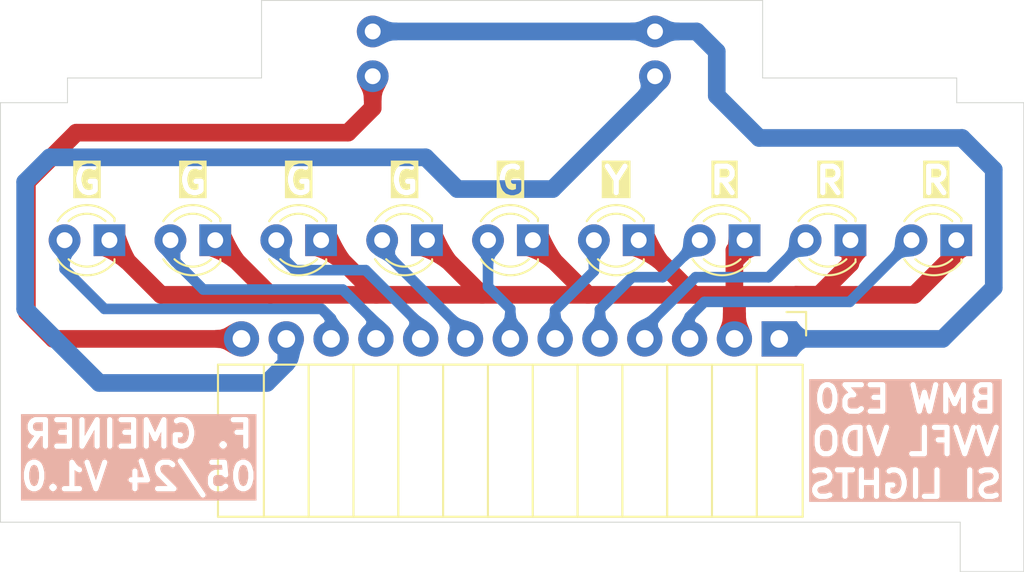
<source format=kicad_pcb>
(kicad_pcb (version 20240108) (generator "pcbnew") (generator_version "8.0")
  (layers (0 "F.Cu" signal) (31 "B.Cu" signal) (34 "B.Paste" user) (35 "F.Paste" user) (36 "B.SilkS" user "B.Silkscreen") (37 "F.SilkS" user "F.Silkscreen") (38 "B.Mask" user) (39 "F.Mask" user) (44 "Edge.Cuts" user))
  (net 0 "")
  (net 1 "Net-(D1-K)")
  (net 2 "Net-(D1-A)")
  (net 3 "Net-(D2-A)")
  (net 4 "Net-(D3-A)")
  (net 5 "Net-(D4-A)")
  (net 6 "Net-(D5-A)")
  (net 7 "Net-(D6-A)")
  (net 8 "Net-(D7-A)")
  (net 9 "Net-(D8-A)")
  (net 10 "Net-(D9-A)")
  (net 11 "Net-(J1-GND_BULB)")
  (net 12 "Net-(J1-BULB_OILSERVICE)")
  (net 13 "Net-(J1-BULB_INSPECTION)")
  (footprint "LED_THT:LED_D3.0mm" (layer "F.Cu") (at 151.575 86 180)
    (property "Reference" "D5" (hide yes))
    (property "Value" "LED_G5")
    (fp_line (start -0.29 1.08) (end -0.29 1.236) (stroke (width 0.12)) (layer "F.SilkS"))
    (fp_line (start -0.29 -1.236) (end -0.29 -1.08) (stroke (width 0.12)) (layer "F.SilkS"))
    (fp_arc (start 2.942335 1.078608) (mid 1.366487 1.987659) (end -0.29 1.235516) (stroke (width 0.12)) (layer "F.SilkS"))
    (fp_arc (start 2.31113 1.079837) (mid 1.270117 1.5) (end 0.229039 1.08) (stroke (width 0.12)) (layer "F.SilkS"))
    (fp_arc (start 0.229039 -1.08) (mid 1.270117 -1.5) (end 2.31113 -1.079837) (stroke (width 0.12)) (layer "F.SilkS"))
    (fp_arc (start -0.29 -1.235516) (mid 1.366487 -1.987659) (end 2.942335 -1.078608) (stroke (width 0.12)) (layer "F.SilkS"))
    (pad "1" thru_hole rect (at 0 0 180) (size 1.8 1.8) (drill 0.9) (layers "*.Cu" "*.Mask") (net 1 "Net-(D1-K)"))
    (pad "2" thru_hole circle (at 2.54 0 180) (size 1.8 1.8) (drill 0.9) (layers "*.Cu" "*.Mask") (net 6 "Net-(D5-A)"))
  )
  (footprint "LED_THT:LED_D3.0mm" (layer "F.Cu") (at 127.575 86 180)
    (property "Reference" "D9" (hide yes))
    (property "Value" "LED_G1")
    (fp_line (start -0.29 1.08) (end -0.29 1.236) (stroke (width 0.12)) (layer "F.SilkS"))
    (fp_line (start -0.29 -1.236) (end -0.29 -1.08) (stroke (width 0.12)) (layer "F.SilkS"))
    (fp_arc (start 2.942335 1.078608) (mid 1.366487 1.987659) (end -0.29 1.235516) (stroke (width 0.12)) (layer "F.SilkS"))
    (fp_arc (start 2.31113 1.079837) (mid 1.270117 1.5) (end 0.229039 1.08) (stroke (width 0.12)) (layer "F.SilkS"))
    (fp_arc (start 0.229039 -1.08) (mid 1.270117 -1.5) (end 2.31113 -1.079837) (stroke (width 0.12)) (layer "F.SilkS"))
    (fp_arc (start -0.29 -1.235516) (mid 1.366487 -1.987659) (end 2.942335 -1.078608) (stroke (width 0.12)) (layer "F.SilkS"))
    (pad "1" thru_hole rect (at 0 0 180) (size 1.8 1.8) (drill 0.9) (layers "*.Cu" "*.Mask") (net 1 "Net-(D1-K)"))
    (pad "2" thru_hole circle (at 2.54 0 180) (size 1.8 1.8) (drill 0.9) (layers "*.Cu" "*.Mask") (net 10 "Net-(D9-A)"))
  )
  (footprint "LED_THT:LED_D3.0mm" (layer "F.Cu") (at 175.575 86 180)
    (property "Reference" "D1" (hide yes))
    (property "Value" "LED_R3")
    (fp_line (start -0.29 1.08) (end -0.29 1.236) (stroke (width 0.12)) (layer "F.SilkS"))
    (fp_line (start -0.29 -1.236) (end -0.29 -1.08) (stroke (width 0.12)) (layer "F.SilkS"))
    (fp_arc (start 2.942335 1.078608) (mid 1.366487 1.987659) (end -0.29 1.235516) (stroke (width 0.12)) (layer "F.SilkS"))
    (fp_arc (start 2.31113 1.079837) (mid 1.270117 1.5) (end 0.229039 1.08) (stroke (width 0.12)) (layer "F.SilkS"))
    (fp_arc (start 0.229039 -1.08) (mid 1.270117 -1.5) (end 2.31113 -1.079837) (stroke (width 0.12)) (layer "F.SilkS"))
    (fp_arc (start -0.29 -1.235516) (mid 1.366487 -1.987659) (end 2.942335 -1.078608) (stroke (width 0.12)) (layer "F.SilkS"))
    (pad "1" thru_hole rect (at 0 0 180) (size 1.8 1.8) (drill 0.9) (layers "*.Cu" "*.Mask") (net 1 "Net-(D1-K)"))
    (pad "2" thru_hole circle (at 2.54 0 180) (size 1.8 1.8) (drill 0.9) (layers "*.Cu" "*.Mask") (net 2 "Net-(D1-A)"))
  )
  (footprint "LED_THT:LED_D3.0mm" (layer "F.Cu") (at 157.575 86 180)
    (property "Reference" "D4" (hide yes))
    (property "Value" "LED_Y")
    (fp_line (start -0.29 1.08) (end -0.29 1.236) (stroke (width 0.12)) (layer "F.SilkS"))
    (fp_line (start -0.29 -1.236) (end -0.29 -1.08) (stroke (width 0.12)) (layer "F.SilkS"))
    (fp_arc (start 2.942335 1.078608) (mid 1.366487 1.987659) (end -0.29 1.235516) (stroke (width 0.12)) (layer "F.SilkS"))
    (fp_arc (start 2.31113 1.079837) (mid 1.270117 1.5) (end 0.229039 1.08) (stroke (width 0.12)) (layer "F.SilkS"))
    (fp_arc (start 0.229039 -1.08) (mid 1.270117 -1.5) (end 2.31113 -1.079837) (stroke (width 0.12)) (layer "F.SilkS"))
    (fp_arc (start -0.29 -1.235516) (mid 1.366487 -1.987659) (end 2.942335 -1.078608) (stroke (width 0.12)) (layer "F.SilkS"))
    (pad "1" thru_hole rect (at 0 0 180) (size 1.8 1.8) (drill 0.9) (layers "*.Cu" "*.Mask") (net 1 "Net-(D1-K)"))
    (pad "2" thru_hole circle (at 2.54 0 180) (size 1.8 1.8) (drill 0.9) (layers "*.Cu" "*.Mask") (net 5 "Net-(D4-A)"))
  )
  (footprint "LED_THT:LED_D3.0mm" (layer "F.Cu") (at 145.575 86 180)
    (property "Reference" "D6" (hide yes))
    (property "Value" "LED_G4")
    (fp_line (start -0.29 1.08) (end -0.29 1.236) (stroke (width 0.12)) (layer "F.SilkS"))
    (fp_line (start -0.29 -1.236) (end -0.29 -1.08) (stroke (width 0.12)) (layer "F.SilkS"))
    (fp_arc (start 2.942335 1.078608) (mid 1.366487 1.987659) (end -0.29 1.235516) (stroke (width 0.12)) (layer "F.SilkS"))
    (fp_arc (start 2.31113 1.079837) (mid 1.270117 1.5) (end 0.229039 1.08) (stroke (width 0.12)) (layer "F.SilkS"))
    (fp_arc (start 0.229039 -1.08) (mid 1.270117 -1.5) (end 2.31113 -1.079837) (stroke (width 0.12)) (layer "F.SilkS"))
    (fp_arc (start -0.29 -1.235516) (mid 1.366487 -1.987659) (end 2.942335 -1.078608) (stroke (width 0.12)) (layer "F.SilkS"))
    (pad "1" thru_hole rect (at 0 0 180) (size 1.8 1.8) (drill 0.9) (layers "*.Cu" "*.Mask") (net 1 "Net-(D1-K)"))
    (pad "2" thru_hole circle (at 2.54 0 180) (size 1.8 1.8) (drill 0.9) (layers "*.Cu" "*.Mask") (net 7 "Net-(D6-A)"))
  )
  (footprint "LED_THT:LED_D3.0mm" (layer "F.Cu") (at 139.575 86 180)
    (property "Reference" "D7" (hide yes))
    (property "Value" "LED_G3")
    (fp_line (start -0.29 1.08) (end -0.29 1.236) (stroke (width 0.12)) (layer "F.SilkS"))
    (fp_line (start -0.29 -1.236) (end -0.29 -1.08) (stroke (width 0.12)) (layer "F.SilkS"))
    (fp_arc (start 2.942335 1.078608) (mid 1.366487 1.987659) (end -0.29 1.235516) (stroke (width 0.12)) (layer "F.SilkS"))
    (fp_arc (start 2.31113 1.079837) (mid 1.270117 1.5) (end 0.229039 1.08) (stroke (width 0.12)) (layer "F.SilkS"))
    (fp_arc (start 0.229039 -1.08) (mid 1.270117 -1.5) (end 2.31113 -1.079837) (stroke (width 0.12)) (layer "F.SilkS"))
    (fp_arc (start -0.29 -1.235516) (mid 1.366487 -1.987659) (end 2.942335 -1.078608) (stroke (width 0.12)) (layer "F.SilkS"))
    (pad "1" thru_hole rect (at 0 0 180) (size 1.8 1.8) (drill 0.9) (layers "*.Cu" "*.Mask") (net 1 "Net-(D1-K)"))
    (pad "2" thru_hole circle (at 2.54 0 180) (size 1.8 1.8) (drill 0.9) (layers "*.Cu" "*.Mask") (net 8 "Net-(D7-A)"))
  )
  (footprint "LED_THT:LED_D3.0mm" (layer "F.Cu") (at 133.575 86 180)
    (property "Reference" "D8" (hide yes))
    (property "Value" "LED_G2")
    (fp_line (start -0.29 1.08) (end -0.29 1.236) (stroke (width 0.12)) (layer "F.SilkS"))
    (fp_line (start -0.29 -1.236) (end -0.29 -1.08) (stroke (width 0.12)) (layer "F.SilkS"))
    (fp_arc (start 2.942335 1.078608) (mid 1.366487 1.987659) (end -0.29 1.235516) (stroke (width 0.12)) (layer "F.SilkS"))
    (fp_arc (start 2.31113 1.079837) (mid 1.270117 1.5) (end 0.229039 1.08) (stroke (width 0.12)) (layer "F.SilkS"))
    (fp_arc (start 0.229039 -1.08) (mid 1.270117 -1.5) (end 2.31113 -1.079837) (stroke (width 0.12)) (layer "F.SilkS"))
    (fp_arc (start -0.29 -1.235516) (mid 1.366487 -1.987659) (end 2.942335 -1.078608) (stroke (width 0.12)) (layer "F.SilkS"))
    (pad "1" thru_hole rect (at 0 0 180) (size 1.8 1.8) (drill 0.9) (layers "*.Cu" "*.Mask") (net 1 "Net-(D1-K)"))
    (pad "2" thru_hole circle (at 2.54 0 180) (size 1.8 1.8) (drill 0.9) (layers "*.Cu" "*.Mask") (net 9 "Net-(D8-A)"))
  )
  (footprint "Footprint_Library_Custom:Lamp_D4.0mm_Horizontal_O3.81mm_Z2.0mm" (layer "F.Cu") (at 158.5 76.7 90)
    (property "Reference" "LA2" (hide yes))
    (property "Value" "Lamp")
    (pad "1" thru_hole circle (at 0 0 90) (size 1.8 1.8) (drill 0.9) (layers "*.Cu" "*.Mask") (net 13 "Net-(J1-BULB_INSPECTION)"))
    (pad "2" thru_hole circle (at 2.54 0 90) (size 1.8 1.8) (drill 0.9) (layers "*.Cu" "*.Mask") (net 11 "Net-(J1-GND_BULB)"))
  )
  (footprint "Footprint_Library_Custom:Lamp_D4.0mm_Horizontal_O3.81mm_Z2.0mm" (layer "F.Cu") (at 142.5 74.16 -90)
    (property "Reference" "LA1" (hide yes))
    (property "Value" "Lamp")
    (pad "1" thru_hole circle (at 0 0 270) (size 1.8 1.8) (drill 0.9) (layers "*.Cu" "*.Mask") (net 11 "Net-(J1-GND_BULB)"))
    (pad "2" thru_hole circle (at 2.54 0 270) (size 1.8 1.8) (drill 0.9) (layers "*.Cu" "*.Mask") (net 12 "Net-(J1-BULB_OILSERVICE)"))
  )
  (footprint "LED_THT:LED_D3.0mm" (layer "F.Cu") (at 163.575 86 180)
    (property "Reference" "D3" (hide yes))
    (property "Value" "LED_R1")
    (fp_line (start -0.29 1.08) (end -0.29 1.236) (stroke (width 0.12)) (layer "F.SilkS"))
    (fp_line (start -0.29 -1.236) (end -0.29 -1.08) (stroke (width 0.12)) (layer "F.SilkS"))
    (fp_arc (start 2.942335 1.078608) (mid 1.366487 1.987659) (end -0.29 1.235516) (stroke (width 0.12)) (layer "F.SilkS"))
    (fp_arc (start 2.31113 1.079837) (mid 1.270117 1.5) (end 0.229039 1.08) (stroke (width 0.12)) (layer "F.SilkS"))
    (fp_arc (start 0.229039 -1.08) (mid 1.270117 -1.5) (end 2.31113 -1.079837) (stroke (width 0.12)) (layer "F.SilkS"))
    (fp_arc (start -0.29 -1.235516) (mid 1.366487 -1.987659) (end 2.942335 -1.078608) (stroke (width 0.12)) (layer "F.SilkS"))
    (pad "1" thru_hole rect (at 0 0 180) (size 1.8 1.8) (drill 0.9) (layers "*.Cu" "*.Mask") (net 1 "Net-(D1-K)"))
    (pad "2" thru_hole circle (at 2.54 0 180) (size 1.8 1.8) (drill 0.9) (layers "*.Cu" "*.Mask") (net 4 "Net-(D3-A)"))
  )
  (footprint "MountingHole:MountingHole_5.5mm" (layer "F.Cu") (at 150.3 78 90)
    (property "Reference" "H1" (hide yes))
    (property "Value" "MountingHole")
    (pad "" np_thru_hole circle (at 0 0 90) (size 5.5 5.5) (drill 5.5) (layers "F&B.Cu" "*.Mask"))
  )
  (footprint "Connector_PinSocket_2.54mm:PinSocket_1x13_P2.54mm_Horizontal" (layer "F.Cu") (at 135.06 91.6 90)
    (property "Reference" "J1" (hide yes))
    (property "Value" "Conn_01x13_Socket")
    (fp_line (start -1.46 -1.33) (end -1.46 31.81) (stroke (width 0.12)) (layer "F.SilkS"))
    (fp_line (start -10.09 -1.33) (end -1.46 -1.33) (stroke (width 0.12)) (layer "F.SilkS"))
    (fp_line (start -10.09 -1.33) (end -10.09 31.81) (stroke (width 0.12)) (layer "F.SilkS"))
    (fp_line (start -10.09 1.27) (end -1.46 1.27) (stroke (width 0.12)) (layer "F.SilkS"))
    (fp_line (start -10.09 3.81) (end -1.46 3.81) (stroke (width 0.12)) (layer "F.SilkS"))
    (fp_line (start -10.09 6.35) (end -1.46 6.35) (stroke (width 0.12)) (layer "F.SilkS"))
    (fp_line (start -10.09 8.89) (end -1.46 8.89) (stroke (width 0.12)) (layer "F.SilkS"))
    (fp_line (start -10.09 11.43) (end -1.46 11.43) (stroke (width 0.12)) (layer "F.SilkS"))
    (fp_line (start -10.09 13.97) (end -1.46 13.97) (stroke (width 0.12)) (layer "F.SilkS"))
    (fp_line (start -10.09 16.51) (end -1.46 16.51) (stroke (width 0.12)) (layer "F.SilkS"))
    (fp_line (start -10.09 19.05) (end -1.46 19.05) (stroke (width 0.12)) (layer "F.SilkS"))
    (fp_line (start -10.09 21.59) (end -1.46 21.59) (stroke (width 0.12)) (layer "F.SilkS"))
    (fp_line (start -10.09 24.13) (end -1.46 24.13) (stroke (width 0.12)) (layer "F.SilkS"))
    (fp_line (start -10.09 26.67) (end -1.46 26.67) (stroke (width 0.12)) (layer "F.SilkS"))
    (fp_line (start -10.09 29.21) (end -1.46 29.21) (stroke (width 0.12)) (layer "F.SilkS"))
    (fp_line (start 1.524 30.894) (end 1.524 32.004) (stroke (width 0.12)) (layer "F.SilkS"))
    (fp_line (start -10.09 31.81) (end -1.46 31.81) (stroke (width 0.12)) (layer "F.SilkS"))
    (fp_line (start 1.524 32.004) (end 0.194 32.004) (stroke (width 0.12)) (layer "F.SilkS"))
    (pad "1" thru_hole rect (at 0 30.48 90) (size 2 2) (drill 1) (layers "*.Cu" "*.Mask") (net 11 "Net-(J1-GND_BULB)"))
    (pad "2" thru_hole circle (at 0 27.94 90) (size 2 2) (drill 1) (layers "*.Cu" "*.Mask") (net 1 "Net-(D1-K)"))
    (pad "3" thru_hole circle (at 0 25.4 90) (size 2 2) (drill 1) (layers "*.Cu" "*.Mask") (net 2 "Net-(D1-A)"))
    (pad "4" thru_hole circle (at 0 22.86 90) (size 2 2) (drill 1) (layers "*.Cu" "*.Mask") (net 3 "Net-(D2-A)"))
    (pad "5" thru_hole circle (at 0 20.32 90) (size 2 2) (drill 1) (layers "*.Cu" "*.Mask") (net 4 "Net-(D3-A)"))
    (pad "6" thru_hole circle (at 0 17.78 90) (size 2 2) (drill 1) (layers "*.Cu" "*.Mask") (net 5 "Net-(D4-A)"))
    (pad "7" thru_hole circle (at 0 15.24 90) (size 2 2) (drill 1) (layers "*.Cu" "*.Mask") (net 6 "Net-(D5-A)"))
    (pad "8" thru_hole circle (at 0 12.7 90) (size 2 2) (drill 1) (layers "*.Cu" "*.Mask") (net 7 "Net-(D6-A)"))
    (pad "9" thru_hole circle (at 0 10.16 90) (size 2 2) (drill 1) (layers "*.Cu" "*.Mask") (net 8 "Net-(D7-A)"))
    (pad "10" thru_hole circle (at 0 7.62 90) (size 2 2) (drill 1) (layers "*.Cu" "*.Mask") (net 9 "Net-(D8-A)"))
    (pad "11" thru_hole circle (at 0 5.08 90) (size 2 2) (drill 1) (layers "*.Cu" "*.Mask") (net 10 "Net-(D9-A)"))
    (pad "12" thru_hole circle (at 0 2.54 90) (size 2 2) (drill 1) (layers "*.Cu" "*.Mask") (net 13 "Net-(J1-BULB_INSPECTION)"))
    (pad "13" thru_hole circle (at 0 0 90) (size 2 2) (drill 1) (layers "*.Cu" "*.Mask") (net 12 "Net-(J1-BULB_OILSERVICE)"))
  )
  (footprint "LED_THT:LED_D3.0mm" (layer "F.Cu") (at 169.575 86 180)
    (property "Reference" "D2" (hide yes))
    (property "Value" "LED_R2")
    (fp_line (start -0.29 1.08) (end -0.29 1.236) (stroke (width 0.12)) (layer "F.SilkS"))
    (fp_line (start -0.29 -1.236) (end -0.29 -1.08) (stroke (width 0.12)) (layer "F.SilkS"))
    (fp_arc (start 2.942335 1.078608) (mid 1.366487 1.987659) (end -0.29 1.235516) (stroke (width 0.12)) (layer "F.SilkS"))
    (fp_arc (start 2.31113 1.079837) (mid 1.270117 1.5) (end 0.229039 1.08) (stroke (width 0.12)) (layer "F.SilkS"))
    (fp_arc (start 0.229039 -1.08) (mid 1.270117 -1.5) (end 2.31113 -1.079837) (stroke (width 0.12)) (layer "F.SilkS"))
    (fp_arc (start -0.29 -1.235516) (mid 1.366487 -1.987659) (end 2.942335 -1.078608) (stroke (width 0.12)) (layer "F.SilkS"))
    (pad "1" thru_hole rect (at 0 0 180) (size 1.8 1.8) (drill 0.9) (layers "*.Cu" "*.Mask") (net 1 "Net-(D1-K)"))
    (pad "2" thru_hole circle (at 2.54 0 180) (size 1.8 1.8) (drill 0.9) (layers "*.Cu" "*.Mask") (net 3 "Net-(D2-A)"))
  )
  (gr_line (start 125.2 78.2) (end 125.2 76.8) (stroke (width 0.05)) (layer "Edge.Cuts"))
  (gr_line (start 179.4 104.8) (end 179.4 78.2) (stroke (width 0.05)) (layer "Edge.Cuts"))
  (gr_line (start 175.8 102) (end 175.8 104.8) (stroke (width 0.05)) (layer "Edge.Cuts"))
  (gr_line (start 136.2 72.4) (end 164.6 72.4) (stroke (width 0.05)) (layer "Edge.Cuts"))
  (gr_line (start 175.6 78.2) (end 175.6 76.8) (stroke (width 0.05)) (layer "Edge.Cuts"))
  (gr_line (start 164.6 76.8) (end 164.6 72.4) (stroke (width 0.05)) (layer "Edge.Cuts"))
  (gr_line (start 121.4 78.2) (end 125.2 78.2) (stroke (width 0.05)) (layer "Edge.Cuts"))
  (gr_line (start 175.8 104.8) (end 179.4 104.8) (stroke (width 0.05)) (layer "Edge.Cuts"))
  (gr_line (start 179.4 78.2) (end 175.6 78.2) (stroke (width 0.05)) (layer "Edge.Cuts"))
  (gr_line (start 175.6 76.8) (end 164.6 76.8) (stroke (width 0.05)) (layer "Edge.Cuts"))
  (gr_line (start 125.2 76.8) (end 136.2 76.8) (stroke (width 0.05)) (layer "Edge.Cuts"))
  (gr_line (start 121.4 102) (end 121.4 78.2) (stroke (width 0.05)) (layer "Edge.Cuts"))
  (gr_line (start 121.4 102) (end 175.8 102) (stroke (width 0.05)) (layer "Edge.Cuts"))
  (gr_line (start 136.2 76.8) (end 136.2 72.4) (stroke (width 0.05)) (layer "Edge.Cuts"))
  (gr_text "F. GMEINER\n05/24 V1.0" (at 129.2366 100.2972 0) (layer "B.SilkS" knockout) (effects (font (size 1.5 1.5) (thickness 0.3) (bold yes)) (justify bottom mirror)))
  (gr_text "BMW E30\nVVFL VDO\nSI LIGHTS" (at 172.696 100.729 -0) (layer "B.SilkS" knockout) (effects (font (size 1.5 1.5) (thickness 0.3) (bold yes)) (justify bottom mirror)))
  (gr_text "R" (at 167.458 83.5 0) (layer "F.SilkS" knockout) (effects (font (size 1.5 1.5) (thickness 0.3) (bold yes)) (justify left bottom)))
  (gr_text "G" (at 131.358 83.5 0) (layer "F.SilkS" knockout) (effects (font (size 1.5 1.5) (thickness 0.3) (bold yes)) (justify left bottom)))
  (gr_text "G" (at 143.358 83.5 0) (layer "F.SilkS" knockout) (effects (font (size 1.5 1.5) (thickness 0.3) (bold yes)) (justify left bottom)))
  (gr_text "G" (at 137.358 83.5 0) (layer "F.SilkS" knockout) (effects (font (size 1.5 1.5) (thickness 0.3) (bold yes)) (justify left bottom)))
  (gr_text "G" (at 149.358 83.5 0) (layer "F.SilkS" knockout) (effects (font (size 1.5 1.5) (thickness 0.3) (bold yes)) (justify left bottom)))
  (gr_text "Y" (at 155.458 83.5 0) (layer "F.SilkS" knockout) (effects (font (size 1.5 1.5) (thickness 0.3) (bold yes)) (justify left bottom)))
  (gr_text "R" (at 173.458 83.5 0) (layer "F.SilkS" knockout) (effects (font (size 1.5 1.5) (thickness 0.3) (bold yes)) (justify left bottom)))
  (gr_text "G" (at 125.358 83.5 0) (layer "F.SilkS" knockout) (effects (font (size 1.5 1.5) (thickness 0.3) (bold yes)) (justify left bottom)))
  (gr_text "R" (at 161.458 83.5 0) (layer "F.SilkS" knockout) (effects (font (size 1.5 1.5) (thickness 0.3) (bold yes)) (justify left bottom)))
  (segment (start 127.575 86) (end 127.575 86.175) (width 1) (layer "F.Cu") (net 1))
  (segment (start 163 89.1) (end 163 86.575) (width 1) (layer "F.Cu") (net 1))
  (segment (start 136.7 89.1) (end 142.7 89.1) (width 1) (layer "F.Cu") (net 1))
  (segment (start 142.7 89.1) (end 148.7 89.1) (width 1) (layer "F.Cu") (net 1))
  (segment (start 173.2 89.1) (end 168.3 89.1) (width 1) (layer "F.Cu") (net 1))
  (segment (start 160.7 89.1) (end 163 89.1) (width 1) (layer "F.Cu") (net 1))
  (segment (start 169.575 86) (end 169.575 87.325) (width 1) (layer "F.Cu") (net 1))
  (segment (start 139.575 86) (end 139.6 86) (width 1) (layer "F.Cu") (net 1))
  (segment (start 145.6 86) (end 148.7 89.1) (width 1) (layer "F.Cu") (net 1))
  (segment (start 130.5 89.1) (end 136.7 89.1) (width 1) (layer "F.Cu") (net 1))
  (segment (start 175.575 86) (end 175.575 86.725) (width 1) (layer "F.Cu") (net 1))
  (segment (start 127.575 86.175) (end 130.5 89.1) (width 1) (layer "F.Cu") (net 1))
  (segment (start 163 86.575) (end 163.575 86) (width 1) (layer "F.Cu") (net 1))
  (segment (start 133.575 86) (end 133.6 86) (width 1) (layer "F.Cu") (net 1))
  (segment (start 133.6 86) (end 136.7 89.1) (width 1) (layer "F.Cu") (net 1))
  (segment (start 145.575 86) (end 145.6 86) (width 1) (layer "F.Cu") (net 1))
  (segment (start 157.575 86) (end 157.6 86) (width 1) (layer "F.Cu") (net 1))
  (segment (start 154.7 89.1) (end 160.7 89.1) (width 1) (layer "F.Cu") (net 1))
  (segment (start 157.6 86) (end 160.7 89.1) (width 1) (layer "F.Cu") (net 1))
  (segment (start 166.5 89.1) (end 163 89.1) (width 1) (layer "F.Cu") (net 1))
  (segment (start 163 91.6) (end 163 89.1) (width 1.3) (layer "F.Cu") (net 1))
  (segment (start 168.3 89.1) (end 166.5 89.1) (width 1) (layer "F.Cu") (net 1))
  (segment (start 169.575 87.325) (end 167.8 89.1) (width 1) (layer "F.Cu") (net 1))
  (segment (start 167.8 89.1) (end 166.5 89.1) (width 1) (layer "F.Cu") (net 1))
  (segment (start 151.575 86) (end 151.6 86) (width 1) (layer "F.Cu") (net 1))
  (segment (start 151.6 86) (end 154.7 89.1) (width 1) (layer "F.Cu") (net 1))
  (segment (start 139.6 86) (end 142.7 89.1) (width 1) (layer "F.Cu") (net 1))
  (segment (start 148.7 89.1) (end 154.7 89.1) (width 1) (layer "F.Cu") (net 1))
  (segment (start 175.575 86.725) (end 173.2 89.1) (width 1) (layer "F.Cu") (net 1))
  (segment (start 169.535 89.5) (end 173.035 86) (width 0.6) (layer "B.Cu") (net 2))
  (segment (start 160.46 90.34) (end 161.3 89.5) (width 0.6) (layer "B.Cu") (net 2))
  (segment (start 161.3 89.5) (end 169.535 89.5) (width 0.6) (layer "B.Cu") (net 2))
  (segment (start 160.46 91.6) (end 160.46 90.34) (width 0.6) (layer "B.Cu") (net 2))
  (segment (start 164.935 88.1) (end 167.035 86) (width 0.6) (layer "B.Cu") (net 3))
  (segment (start 160.8 88.1) (end 164.935 88.1) (width 0.6) (layer "B.Cu") (net 3))
  (segment (start 157.92 90.98) (end 160.8 88.1) (width 0.6) (layer "B.Cu") (net 3))
  (segment (start 157.92 91.6) (end 157.92 90.98) (width 0.3) (layer "B.Cu") (net 3))
  (segment (start 157.2 88.1) (end 158.935 88.1) (width 0.6) (layer "B.Cu") (net 4))
  (segment (start 158.935 88.1) (end 161.035 86) (width 0.6) (layer "B.Cu") (net 4))
  (segment (start 155.38 89.92) (end 157.2 88.1) (width 0.6) (layer "B.Cu") (net 4))
  (segment (start 155.38 91.6) (end 155.38 89.92) (width 0.6) (layer "B.Cu") (net 4))
  (segment (start 155.035 87.765) (end 155.035 86) (width 0.6) (layer "B.Cu") (net 5))
  (segment (start 152.84 89.96) (end 155.035 87.765) (width 0.6) (layer "B.Cu") (net 5))
  (segment (start 152.84 91.6) (end 152.84 89.96) (width 0.6) (layer "B.Cu") (net 5))
  (segment (start 150.3 91.6) (end 150.3 89.9) (width 0.6) (layer "B.Cu") (net 6))
  (segment (start 149.035 88.635) (end 149.035 86) (width 0.6) (layer "B.Cu") (net 6))
  (segment (start 150.3 89.9) (end 149.035 88.635) (width 0.6) (layer "B.Cu") (net 6))
  (segment (start 143.035 86.535) (end 143.035 86) (width 0.3) (layer "B.Cu") (net 7))
  (segment (start 147.76 91.6) (end 147.3 91.14) (width 0.3) (layer "B.Cu") (net 7))
  (segment (start 147.3 91.14) (end 147.3 90.8) (width 0.6) (layer "B.Cu") (net 7))
  (segment (start 147.3 90.8) (end 143.035 86.535) (width 0.6) (layer "B.Cu") (net 7))
  (segment (start 138.1 87.7) (end 137.5 87.1) (width 0.6) (layer "B.Cu") (net 8))
  (segment (start 137.5 86.465) (end 137.035 86) (width 0.3) (layer "B.Cu") (net 8))
  (segment (start 137.5 87.1) (end 137.5 86.465) (width 0.6) (layer "B.Cu") (net 8))
  (segment (start 145.22 90.82) (end 142.1 87.7) (width 0.6) (layer "B.Cu") (net 8))
  (segment (start 142.1 87.7) (end 138.1 87.7) (width 0.6) (layer "B.Cu") (net 8))
  (segment (start 145.22 91.6) (end 145.22 90.82) (width 0.6) (layer "B.Cu") (net 8))
  (segment (start 132.9 88.8) (end 131.3 87.2) (width 0.6) (layer "B.Cu") (net 9))
  (segment (start 142.68 91.6) (end 142.68 90.68) (width 0.6) (layer "B.Cu") (net 9))
  (segment (start 131.3 86.265) (end 131.035 86) (width 0.3) (layer "B.Cu") (net 9))
  (segment (start 140.8 88.8) (end 132.9 88.8) (width 0.6) (layer "B.Cu") (net 9))
  (segment (start 142.68 90.68) (end 140.8 88.8) (width 0.6) (layer "B.Cu") (net 9))
  (segment (start 131.3 87.2) (end 131.3 86.265) (width 0.6) (layer "B.Cu") (net 9))
  (segment (start 140.14 91.6) (end 140.14 90.44) (width 0.6) (layer "B.Cu") (net 10))
  (segment (start 125.035 87.635) (end 125.035 86) (width 0.6) (layer "B.Cu") (net 10))
  (segment (start 127.3 89.9) (end 125.035 87.635) (width 0.6) (layer "B.Cu") (net 10))
  (segment (start 140.14 90.44) (end 139.6 89.9) (width 0.6) (layer "B.Cu") (net 10))
  (segment (start 139.6 89.9) (end 127.3 89.9) (width 0.6) (layer "B.Cu") (net 10))
  (segment (start 162 75.3) (end 160.86 74.16) (width 1) (layer "B.Cu") (net 11))
  (segment (start 174.8 91.6) (end 177.7 88.7) (width 1) (layer "B.Cu") (net 11))
  (segment (start 142.5 74.16) (end 158.5 74.16) (width 1) (layer "B.Cu") (net 11))
  (segment (start 160.86 74.16) (end 158.5 74.16) (width 1) (layer "B.Cu") (net 11))
  (segment (start 175.9 80.2) (end 164.4 80.2) (width 1) (layer "B.Cu") (net 11))
  (segment (start 177.7 88.7) (end 177.7 82) (width 1) (layer "B.Cu") (net 11))
  (segment (start 162 77.8) (end 162 75.3) (width 1) (layer "B.Cu") (net 11))
  (segment (start 165.54 91.6) (end 174.8 91.6) (width 1) (layer "B.Cu") (net 11))
  (segment (start 177.7 82) (end 175.9 80.2) (width 1) (layer "B.Cu") (net 11))
  (segment (start 164.4 80.2) (end 162 77.8) (width 1) (layer "B.Cu") (net 11))
  (segment (start 135.06 91.6) (end 124.4 91.6) (width 1) (layer "F.Cu") (net 12))
  (segment (start 124.4 91.6) (end 122.9 90.1) (width 1) (layer "F.Cu") (net 12))
  (segment (start 141.1 79.9) (end 142.5 78.5) (width 1) (layer "F.Cu") (net 12))
  (segment (start 122.9 82.7) (end 125.7 79.9) (width 1) (layer "F.Cu") (net 12))
  (segment (start 142.5 78.5) (end 142.5 76.7) (width 1) (layer "F.Cu") (net 12))
  (segment (start 122.9 90.1) (end 122.9 82.7) (width 1) (layer "F.Cu") (net 12))
  (segment (start 125.7 79.9) (end 141.1 79.9) (width 1) (layer "F.Cu") (net 12))
  (segment (start 147.3 83.1) (end 145.5 81.3) (width 1) (layer "B.Cu") (net 13))
  (segment (start 152.7 83.1) (end 147.3 83.1) (width 1) (layer "B.Cu") (net 13))
  (segment (start 124.2 81.3) (end 122.8 82.7) (width 1) (layer "B.Cu") (net 13))
  (segment (start 137.6 93) (end 137.6 91.6) (width 1) (layer "B.Cu") (net 13))
  (segment (start 122.8 89.9) (end 127 94.1) (width 1) (layer "B.Cu") (net 13))
  (segment (start 122.8 82.7) (end 122.8 89.9) (width 1) (layer "B.Cu") (net 13))
  (segment (start 158.26 77.54) (end 152.7 83.1) (width 1) (layer "B.Cu") (net 13))
  (segment (start 136.5 94.1) (end 137.6 93) (width 1) (layer "B.Cu") (net 13))
  (segment (start 145.5 81.3) (end 124.2 81.3) (width 1) (layer "B.Cu") (net 13))
  (segment (start 127 94.1) (end 136.5 94.1) (width 1) (layer "B.Cu") (net 13))
)
</source>
